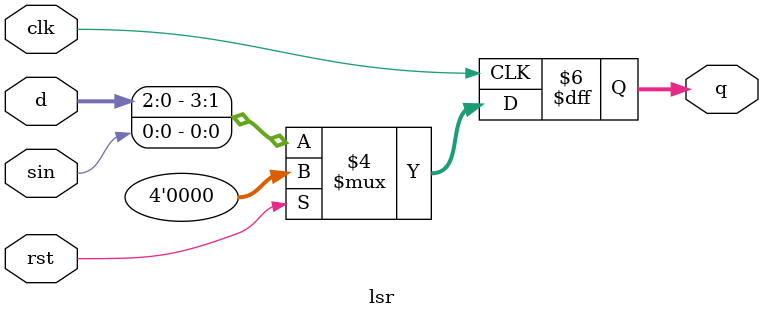
<source format=v>
`timescale 1ns / 1ps


module lsr(
    input clk,
    input rst,
    input sin,
    input [3:0] d,
    output reg [3:0] q
    );
    always@(posedge clk) begin
        if(rst == 1) begin
            q <= 1'b0;
        end
        else begin
            q <= {d[2:0],sin};
        end
    end
endmodule

</source>
